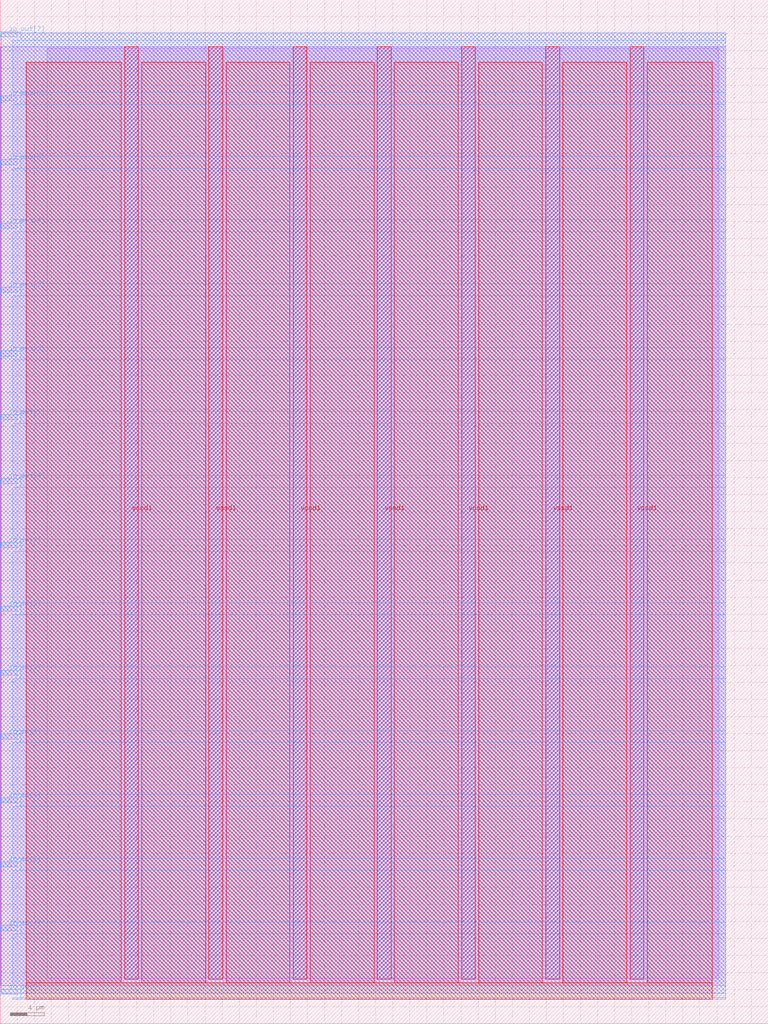
<source format=lef>
VERSION 5.7 ;
  NOWIREEXTENSIONATPIN ON ;
  DIVIDERCHAR "/" ;
  BUSBITCHARS "[]" ;
MACRO top_tto
  CLASS BLOCK ;
  FOREIGN top_tto ;
  ORIGIN 0.000 0.000 ;
  SIZE 90.000 BY 120.000 ;
  PIN io_in[0]
    DIRECTION INPUT ;
    USE SIGNAL ;
    PORT
      LAYER met3 ;
        RECT 0.000 3.440 2.000 4.040 ;
    END
  END io_in[0]
  PIN io_in[1]
    DIRECTION INPUT ;
    USE SIGNAL ;
    PORT
      LAYER met3 ;
        RECT 0.000 10.920 2.000 11.520 ;
    END
  END io_in[1]
  PIN io_in[2]
    DIRECTION INPUT ;
    USE SIGNAL ;
    PORT
      LAYER met3 ;
        RECT 0.000 18.400 2.000 19.000 ;
    END
  END io_in[2]
  PIN io_in[3]
    DIRECTION INPUT ;
    USE SIGNAL ;
    PORT
      LAYER met3 ;
        RECT 0.000 25.880 2.000 26.480 ;
    END
  END io_in[3]
  PIN io_in[4]
    DIRECTION INPUT ;
    USE SIGNAL ;
    PORT
      LAYER met3 ;
        RECT 0.000 33.360 2.000 33.960 ;
    END
  END io_in[4]
  PIN io_in[5]
    DIRECTION INPUT ;
    USE SIGNAL ;
    PORT
      LAYER met3 ;
        RECT 0.000 40.840 2.000 41.440 ;
    END
  END io_in[5]
  PIN io_in[6]
    DIRECTION INPUT ;
    USE SIGNAL ;
    PORT
      LAYER met3 ;
        RECT 0.000 48.320 2.000 48.920 ;
    END
  END io_in[6]
  PIN io_in[7]
    DIRECTION INPUT ;
    USE SIGNAL ;
    PORT
      LAYER met3 ;
        RECT 0.000 55.800 2.000 56.400 ;
    END
  END io_in[7]
  PIN io_out[0]
    DIRECTION OUTPUT TRISTATE ;
    USE SIGNAL ;
    PORT
      LAYER met3 ;
        RECT 0.000 63.280 2.000 63.880 ;
    END
  END io_out[0]
  PIN io_out[1]
    DIRECTION OUTPUT TRISTATE ;
    USE SIGNAL ;
    PORT
      LAYER met3 ;
        RECT 0.000 70.760 2.000 71.360 ;
    END
  END io_out[1]
  PIN io_out[2]
    DIRECTION OUTPUT TRISTATE ;
    USE SIGNAL ;
    PORT
      LAYER met3 ;
        RECT 0.000 78.240 2.000 78.840 ;
    END
  END io_out[2]
  PIN io_out[3]
    DIRECTION OUTPUT TRISTATE ;
    USE SIGNAL ;
    PORT
      LAYER met3 ;
        RECT 0.000 85.720 2.000 86.320 ;
    END
  END io_out[3]
  PIN io_out[4]
    DIRECTION OUTPUT TRISTATE ;
    USE SIGNAL ;
    PORT
      LAYER met3 ;
        RECT 0.000 93.200 2.000 93.800 ;
    END
  END io_out[4]
  PIN io_out[5]
    DIRECTION OUTPUT TRISTATE ;
    USE SIGNAL ;
    PORT
      LAYER met3 ;
        RECT 0.000 100.680 2.000 101.280 ;
    END
  END io_out[5]
  PIN io_out[6]
    DIRECTION OUTPUT TRISTATE ;
    USE SIGNAL ;
    PORT
      LAYER met3 ;
        RECT 0.000 108.160 2.000 108.760 ;
    END
  END io_out[6]
  PIN io_out[7]
    DIRECTION OUTPUT TRISTATE ;
    USE SIGNAL ;
    PORT
      LAYER met3 ;
        RECT 0.000 115.640 2.000 116.240 ;
    END
  END io_out[7]
  PIN vccd1
    DIRECTION INOUT ;
    USE POWER ;
    PORT
      LAYER met4 ;
        RECT 14.590 5.200 16.190 114.480 ;
    END
    PORT
      LAYER met4 ;
        RECT 34.330 5.200 35.930 114.480 ;
    END
    PORT
      LAYER met4 ;
        RECT 54.070 5.200 55.670 114.480 ;
    END
    PORT
      LAYER met4 ;
        RECT 73.810 5.200 75.410 114.480 ;
    END
  END vccd1
  PIN vssd1
    DIRECTION INOUT ;
    USE GROUND ;
    PORT
      LAYER met4 ;
        RECT 24.460 5.200 26.060 114.480 ;
    END
    PORT
      LAYER met4 ;
        RECT 44.200 5.200 45.800 114.480 ;
    END
    PORT
      LAYER met4 ;
        RECT 63.940 5.200 65.540 114.480 ;
    END
  END vssd1
  OBS
      LAYER li1 ;
        RECT 5.520 5.355 84.180 114.325 ;
      LAYER met1 ;
        RECT 0.070 4.460 85.030 114.480 ;
      LAYER met2 ;
        RECT 0.100 3.555 85.010 116.125 ;
      LAYER met3 ;
        RECT 2.400 115.240 85.035 116.105 ;
        RECT 1.445 109.160 85.035 115.240 ;
        RECT 2.400 107.760 85.035 109.160 ;
        RECT 1.445 101.680 85.035 107.760 ;
        RECT 2.400 100.280 85.035 101.680 ;
        RECT 1.445 94.200 85.035 100.280 ;
        RECT 2.400 92.800 85.035 94.200 ;
        RECT 1.445 86.720 85.035 92.800 ;
        RECT 2.400 85.320 85.035 86.720 ;
        RECT 1.445 79.240 85.035 85.320 ;
        RECT 2.400 77.840 85.035 79.240 ;
        RECT 1.445 71.760 85.035 77.840 ;
        RECT 2.400 70.360 85.035 71.760 ;
        RECT 1.445 64.280 85.035 70.360 ;
        RECT 2.400 62.880 85.035 64.280 ;
        RECT 1.445 56.800 85.035 62.880 ;
        RECT 2.400 55.400 85.035 56.800 ;
        RECT 1.445 49.320 85.035 55.400 ;
        RECT 2.400 47.920 85.035 49.320 ;
        RECT 1.445 41.840 85.035 47.920 ;
        RECT 2.400 40.440 85.035 41.840 ;
        RECT 1.445 34.360 85.035 40.440 ;
        RECT 2.400 32.960 85.035 34.360 ;
        RECT 1.445 26.880 85.035 32.960 ;
        RECT 2.400 25.480 85.035 26.880 ;
        RECT 1.445 19.400 85.035 25.480 ;
        RECT 2.400 18.000 85.035 19.400 ;
        RECT 1.445 11.920 85.035 18.000 ;
        RECT 2.400 10.520 85.035 11.920 ;
        RECT 1.445 4.440 85.035 10.520 ;
        RECT 2.400 3.040 85.035 4.440 ;
        RECT 1.445 2.900 85.035 3.040 ;
      LAYER met4 ;
        RECT 3.055 4.800 14.190 112.705 ;
        RECT 16.590 4.800 24.060 112.705 ;
        RECT 26.460 4.800 33.930 112.705 ;
        RECT 36.330 4.800 43.800 112.705 ;
        RECT 46.200 4.800 53.670 112.705 ;
        RECT 56.070 4.800 63.540 112.705 ;
        RECT 65.940 4.800 73.410 112.705 ;
        RECT 75.810 4.800 83.425 112.705 ;
        RECT 3.055 2.895 83.425 4.800 ;
  END
END top_tto
END LIBRARY


</source>
